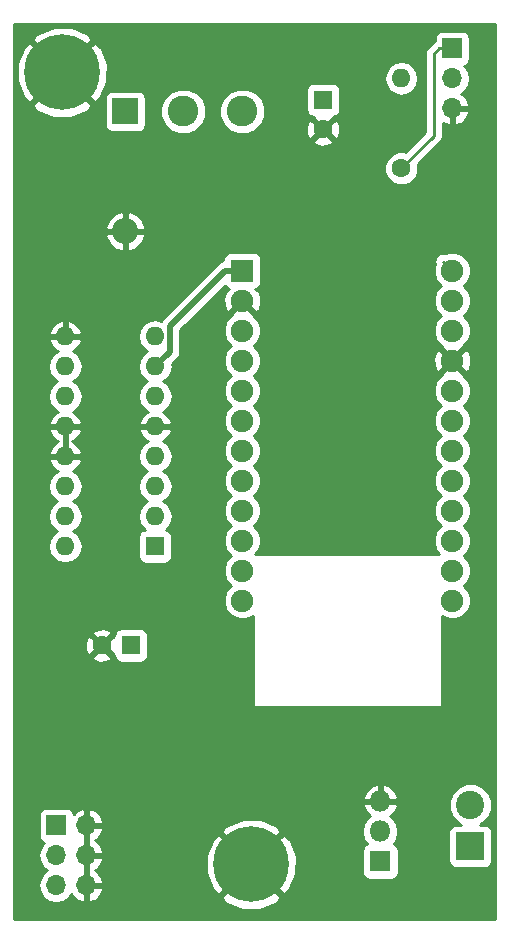
<source format=gbr>
G04 #@! TF.FileFunction,Copper,L2,Bot,Signal*
%FSLAX46Y46*%
G04 Gerber Fmt 4.6, Leading zero omitted, Abs format (unit mm)*
G04 Created by KiCad (PCBNEW 4.0.7) date 11/12/17 23:12:21*
%MOMM*%
%LPD*%
G01*
G04 APERTURE LIST*
%ADD10C,0.100000*%
%ADD11R,1.900000X1.900000*%
%ADD12C,1.900000*%
%ADD13R,1.600000X1.600000*%
%ADD14C,1.600000*%
%ADD15R,2.200000X2.200000*%
%ADD16O,2.200000X2.200000*%
%ADD17R,1.700000X1.700000*%
%ADD18O,1.700000X1.700000*%
%ADD19C,2.400000*%
%ADD20R,2.400000X2.400000*%
%ADD21C,2.600000*%
%ADD22O,1.600000X1.600000*%
%ADD23C,6.400000*%
%ADD24R,1.800000X1.800000*%
%ADD25O,1.800000X1.800000*%
%ADD26C,0.500000*%
%ADD27C,0.250000*%
%ADD28C,0.254000*%
G04 APERTURE END LIST*
D10*
D11*
X162308540Y-69861720D03*
D12*
X162308540Y-72401720D03*
X162308540Y-74941720D03*
X162308540Y-77481720D03*
X162308540Y-80021720D03*
X162308540Y-82561720D03*
X162308540Y-85101720D03*
X162308540Y-87641720D03*
X162308540Y-90181720D03*
X162308540Y-92721720D03*
X162308540Y-95261720D03*
X162308540Y-97801720D03*
X180088540Y-69861720D03*
X180088540Y-72401720D03*
X180088540Y-74941720D03*
X180088540Y-77481720D03*
X180088540Y-80021720D03*
X180088540Y-82561720D03*
X180088540Y-85101720D03*
X180088540Y-87641720D03*
X180088540Y-90181720D03*
X180088540Y-92721720D03*
X180088540Y-95261720D03*
X180088540Y-97801720D03*
D13*
X169164000Y-55412000D03*
D14*
X169164000Y-57912000D03*
D13*
X152908000Y-101600000D03*
D14*
X150408000Y-101600000D03*
D15*
X152400000Y-56388000D03*
D16*
X152400000Y-66548000D03*
D17*
X180086000Y-51054000D03*
D18*
X180086000Y-53594000D03*
X180086000Y-56134000D03*
D17*
X146558000Y-116840000D03*
D18*
X149098000Y-116840000D03*
X146558000Y-119380000D03*
X149098000Y-119380000D03*
X146558000Y-121920000D03*
X149098000Y-121920000D03*
D19*
X181610000Y-115118000D03*
D20*
X181610000Y-118618000D03*
D21*
X162306000Y-56388000D03*
X157306000Y-56388000D03*
D14*
X175768000Y-61214000D03*
D22*
X175768000Y-53594000D03*
D13*
X154940000Y-93218000D03*
D22*
X147320000Y-75438000D03*
X154940000Y-90678000D03*
X147320000Y-77978000D03*
X154940000Y-88138000D03*
X147320000Y-80518000D03*
X154940000Y-85598000D03*
X147320000Y-83058000D03*
X154940000Y-83058000D03*
X147320000Y-85598000D03*
X154940000Y-80518000D03*
X147320000Y-88138000D03*
X154940000Y-77978000D03*
X147320000Y-90678000D03*
X154940000Y-75438000D03*
X147320000Y-93218000D03*
D23*
X147066000Y-53086000D03*
X163068000Y-120142000D03*
D24*
X173990000Y-119888000D03*
D25*
X173990000Y-117348000D03*
X173990000Y-114808000D03*
D26*
X154940000Y-77978000D02*
X156190001Y-76727999D01*
X156190001Y-76727999D02*
X156190001Y-74530259D01*
X156190001Y-74530259D02*
X160858540Y-69861720D01*
X160858540Y-69861720D02*
X162308540Y-69861720D01*
D27*
X178524001Y-51515999D02*
X178524001Y-58457999D01*
X178524001Y-58457999D02*
X175768000Y-61214000D01*
X179324000Y-69097180D02*
X180088540Y-69861720D01*
X180086000Y-51054000D02*
X178986000Y-51054000D01*
X178986000Y-51054000D02*
X178524001Y-51515999D01*
D28*
G36*
X183694000Y-124766000D02*
X142950000Y-124766000D01*
X142950000Y-119380000D01*
X145043907Y-119380000D01*
X145156946Y-119948285D01*
X145478853Y-120430054D01*
X145808026Y-120650000D01*
X145478853Y-120869946D01*
X145156946Y-121351715D01*
X145043907Y-121920000D01*
X145156946Y-122488285D01*
X145478853Y-122970054D01*
X145960622Y-123291961D01*
X146528907Y-123405000D01*
X146587093Y-123405000D01*
X147155378Y-123291961D01*
X147637147Y-122970054D01*
X147826345Y-122686899D01*
X147826355Y-122686924D01*
X148216642Y-123115183D01*
X148741108Y-123361486D01*
X148971000Y-123240819D01*
X148971000Y-122047000D01*
X149225000Y-122047000D01*
X149225000Y-123240819D01*
X149454892Y-123361486D01*
X149979358Y-123115183D01*
X150191036Y-122882910D01*
X160506695Y-122882910D01*
X160873640Y-123378343D01*
X162279171Y-123971736D01*
X163804793Y-123982087D01*
X165218246Y-123407819D01*
X165262360Y-123378343D01*
X165629305Y-122882910D01*
X163068000Y-120321605D01*
X160506695Y-122882910D01*
X150191036Y-122882910D01*
X150369645Y-122686924D01*
X150539476Y-122276890D01*
X150418155Y-122047000D01*
X149225000Y-122047000D01*
X148971000Y-122047000D01*
X148951000Y-122047000D01*
X148951000Y-121793000D01*
X148971000Y-121793000D01*
X148971000Y-119507000D01*
X149225000Y-119507000D01*
X149225000Y-121793000D01*
X150418155Y-121793000D01*
X150539476Y-121563110D01*
X150369645Y-121153076D01*
X150119682Y-120878793D01*
X159227913Y-120878793D01*
X159802181Y-122292246D01*
X159831657Y-122336360D01*
X160327090Y-122703305D01*
X162888395Y-120142000D01*
X163247605Y-120142000D01*
X165808910Y-122703305D01*
X166304343Y-122336360D01*
X166897736Y-120930829D01*
X166908087Y-119405207D01*
X166738582Y-118988000D01*
X172442560Y-118988000D01*
X172442560Y-120788000D01*
X172486838Y-121023317D01*
X172625910Y-121239441D01*
X172838110Y-121384431D01*
X173090000Y-121435440D01*
X174890000Y-121435440D01*
X175125317Y-121391162D01*
X175341441Y-121252090D01*
X175486431Y-121039890D01*
X175537440Y-120788000D01*
X175537440Y-118988000D01*
X175493162Y-118752683D01*
X175354090Y-118536559D01*
X175141890Y-118391569D01*
X175125656Y-118388281D01*
X175408155Y-117965491D01*
X175517057Y-117418000D01*
X179762560Y-117418000D01*
X179762560Y-119818000D01*
X179806838Y-120053317D01*
X179945910Y-120269441D01*
X180158110Y-120414431D01*
X180410000Y-120465440D01*
X182810000Y-120465440D01*
X183045317Y-120421162D01*
X183261441Y-120282090D01*
X183406431Y-120069890D01*
X183457440Y-119818000D01*
X183457440Y-117418000D01*
X183413162Y-117182683D01*
X183274090Y-116966559D01*
X183061890Y-116821569D01*
X182810000Y-116770560D01*
X182415712Y-116770560D01*
X182648086Y-116674545D01*
X183164730Y-116158801D01*
X183444681Y-115484605D01*
X183445318Y-114754597D01*
X183166545Y-114079914D01*
X182650801Y-113563270D01*
X181976605Y-113283319D01*
X181246597Y-113282682D01*
X180571914Y-113561455D01*
X180055270Y-114077199D01*
X179775319Y-114751395D01*
X179774682Y-115481403D01*
X180053455Y-116156086D01*
X180569199Y-116672730D01*
X180804799Y-116770560D01*
X180410000Y-116770560D01*
X180174683Y-116814838D01*
X179958559Y-116953910D01*
X179813569Y-117166110D01*
X179762560Y-117418000D01*
X175517057Y-117418000D01*
X175525000Y-117378072D01*
X175525000Y-117317928D01*
X175408155Y-116730509D01*
X175075409Y-116232519D01*
X174837418Y-116073499D01*
X175227966Y-115715576D01*
X175481046Y-115172742D01*
X175360997Y-114935000D01*
X174117000Y-114935000D01*
X174117000Y-114955000D01*
X173863000Y-114955000D01*
X173863000Y-114935000D01*
X172619003Y-114935000D01*
X172498954Y-115172742D01*
X172752034Y-115715576D01*
X173142582Y-116073499D01*
X172904591Y-116232519D01*
X172571845Y-116730509D01*
X172455000Y-117317928D01*
X172455000Y-117378072D01*
X172571845Y-117965491D01*
X172852837Y-118386026D01*
X172638559Y-118523910D01*
X172493569Y-118736110D01*
X172442560Y-118988000D01*
X166738582Y-118988000D01*
X166333819Y-117991754D01*
X166304343Y-117947640D01*
X165808910Y-117580695D01*
X163247605Y-120142000D01*
X162888395Y-120142000D01*
X160327090Y-117580695D01*
X159831657Y-117947640D01*
X159238264Y-119353171D01*
X159227913Y-120878793D01*
X150119682Y-120878793D01*
X149979358Y-120724817D01*
X149820046Y-120650000D01*
X149979358Y-120575183D01*
X150369645Y-120146924D01*
X150539476Y-119736890D01*
X150418155Y-119507000D01*
X149225000Y-119507000D01*
X148971000Y-119507000D01*
X148951000Y-119507000D01*
X148951000Y-119253000D01*
X148971000Y-119253000D01*
X148971000Y-116967000D01*
X149225000Y-116967000D01*
X149225000Y-119253000D01*
X150418155Y-119253000D01*
X150539476Y-119023110D01*
X150369645Y-118613076D01*
X149979358Y-118184817D01*
X149820046Y-118110000D01*
X149979358Y-118035183D01*
X150369645Y-117606924D01*
X150454898Y-117401090D01*
X160506695Y-117401090D01*
X163068000Y-119962395D01*
X165629305Y-117401090D01*
X165262360Y-116905657D01*
X163856829Y-116312264D01*
X162331207Y-116301913D01*
X160917754Y-116876181D01*
X160873640Y-116905657D01*
X160506695Y-117401090D01*
X150454898Y-117401090D01*
X150539476Y-117196890D01*
X150418155Y-116967000D01*
X149225000Y-116967000D01*
X148971000Y-116967000D01*
X148951000Y-116967000D01*
X148951000Y-116713000D01*
X148971000Y-116713000D01*
X148971000Y-115519181D01*
X149225000Y-115519181D01*
X149225000Y-116713000D01*
X150418155Y-116713000D01*
X150539476Y-116483110D01*
X150369645Y-116073076D01*
X149979358Y-115644817D01*
X149454892Y-115398514D01*
X149225000Y-115519181D01*
X148971000Y-115519181D01*
X148741108Y-115398514D01*
X148216642Y-115644817D01*
X148029192Y-115850504D01*
X148011162Y-115754683D01*
X147872090Y-115538559D01*
X147659890Y-115393569D01*
X147408000Y-115342560D01*
X145708000Y-115342560D01*
X145472683Y-115386838D01*
X145256559Y-115525910D01*
X145111569Y-115738110D01*
X145060560Y-115990000D01*
X145060560Y-117690000D01*
X145104838Y-117925317D01*
X145243910Y-118141441D01*
X145456110Y-118286431D01*
X145523541Y-118300086D01*
X145478853Y-118329946D01*
X145156946Y-118811715D01*
X145043907Y-119380000D01*
X142950000Y-119380000D01*
X142950000Y-114443258D01*
X172498954Y-114443258D01*
X172619003Y-114681000D01*
X173863000Y-114681000D01*
X173863000Y-113437622D01*
X174117000Y-113437622D01*
X174117000Y-114681000D01*
X175360997Y-114681000D01*
X175481046Y-114443258D01*
X175227966Y-113900424D01*
X174786417Y-113495760D01*
X174354740Y-113316964D01*
X174117000Y-113437622D01*
X173863000Y-113437622D01*
X173625260Y-113316964D01*
X173193583Y-113495760D01*
X172752034Y-113900424D01*
X172498954Y-114443258D01*
X142950000Y-114443258D01*
X142950000Y-102607745D01*
X149579861Y-102607745D01*
X149653995Y-102853864D01*
X150191223Y-103046965D01*
X150761454Y-103019778D01*
X151162005Y-102853864D01*
X151236139Y-102607745D01*
X150408000Y-101779605D01*
X149579861Y-102607745D01*
X142950000Y-102607745D01*
X142950000Y-101383223D01*
X148961035Y-101383223D01*
X148988222Y-101953454D01*
X149154136Y-102354005D01*
X149400255Y-102428139D01*
X150228395Y-101600000D01*
X150587605Y-101600000D01*
X151415745Y-102428139D01*
X151463167Y-102413855D01*
X151504838Y-102635317D01*
X151643910Y-102851441D01*
X151856110Y-102996431D01*
X152108000Y-103047440D01*
X153708000Y-103047440D01*
X153943317Y-103003162D01*
X154159441Y-102864090D01*
X154304431Y-102651890D01*
X154355440Y-102400000D01*
X154355440Y-100800000D01*
X154311162Y-100564683D01*
X154172090Y-100348559D01*
X153959890Y-100203569D01*
X153708000Y-100152560D01*
X152108000Y-100152560D01*
X151872683Y-100196838D01*
X151656559Y-100335910D01*
X151511569Y-100548110D01*
X151463354Y-100786201D01*
X151415745Y-100771861D01*
X150587605Y-101600000D01*
X150228395Y-101600000D01*
X149400255Y-100771861D01*
X149154136Y-100845995D01*
X148961035Y-101383223D01*
X142950000Y-101383223D01*
X142950000Y-100592255D01*
X149579861Y-100592255D01*
X150408000Y-101420395D01*
X151236139Y-100592255D01*
X151162005Y-100346136D01*
X150624777Y-100153035D01*
X150054546Y-100180222D01*
X149653995Y-100346136D01*
X149579861Y-100592255D01*
X142950000Y-100592255D01*
X142950000Y-88138000D01*
X145856887Y-88138000D01*
X145966120Y-88687151D01*
X146277189Y-89152698D01*
X146659275Y-89408000D01*
X146277189Y-89663302D01*
X145966120Y-90128849D01*
X145856887Y-90678000D01*
X145966120Y-91227151D01*
X146277189Y-91692698D01*
X146659275Y-91948000D01*
X146277189Y-92203302D01*
X145966120Y-92668849D01*
X145856887Y-93218000D01*
X145966120Y-93767151D01*
X146277189Y-94232698D01*
X146742736Y-94543767D01*
X147291887Y-94653000D01*
X147348113Y-94653000D01*
X147897264Y-94543767D01*
X148362811Y-94232698D01*
X148673880Y-93767151D01*
X148783113Y-93218000D01*
X148673880Y-92668849D01*
X148362811Y-92203302D01*
X147980725Y-91948000D01*
X148362811Y-91692698D01*
X148673880Y-91227151D01*
X148783113Y-90678000D01*
X148673880Y-90128849D01*
X148362811Y-89663302D01*
X147980725Y-89408000D01*
X148362811Y-89152698D01*
X148673880Y-88687151D01*
X148783113Y-88138000D01*
X148673880Y-87588849D01*
X148362811Y-87123302D01*
X147958297Y-86853014D01*
X148175134Y-86750389D01*
X148551041Y-86335423D01*
X148711904Y-85947039D01*
X148589915Y-85725000D01*
X147447000Y-85725000D01*
X147447000Y-85745000D01*
X147193000Y-85745000D01*
X147193000Y-85725000D01*
X146050085Y-85725000D01*
X145928096Y-85947039D01*
X146088959Y-86335423D01*
X146464866Y-86750389D01*
X146681703Y-86853014D01*
X146277189Y-87123302D01*
X145966120Y-87588849D01*
X145856887Y-88138000D01*
X142950000Y-88138000D01*
X142950000Y-85598000D01*
X153476887Y-85598000D01*
X153586120Y-86147151D01*
X153897189Y-86612698D01*
X154279275Y-86868000D01*
X153897189Y-87123302D01*
X153586120Y-87588849D01*
X153476887Y-88138000D01*
X153586120Y-88687151D01*
X153897189Y-89152698D01*
X154279275Y-89408000D01*
X153897189Y-89663302D01*
X153586120Y-90128849D01*
X153476887Y-90678000D01*
X153586120Y-91227151D01*
X153897189Y-91692698D01*
X154041465Y-91789101D01*
X153904683Y-91814838D01*
X153688559Y-91953910D01*
X153543569Y-92166110D01*
X153492560Y-92418000D01*
X153492560Y-94018000D01*
X153536838Y-94253317D01*
X153675910Y-94469441D01*
X153888110Y-94614431D01*
X154140000Y-94665440D01*
X155740000Y-94665440D01*
X155975317Y-94621162D01*
X156191441Y-94482090D01*
X156336431Y-94269890D01*
X156387440Y-94018000D01*
X156387440Y-92418000D01*
X156343162Y-92182683D01*
X156204090Y-91966559D01*
X155991890Y-91821569D01*
X155836911Y-91790185D01*
X155982811Y-91692698D01*
X156293880Y-91227151D01*
X156403113Y-90678000D01*
X156293880Y-90128849D01*
X155982811Y-89663302D01*
X155600725Y-89408000D01*
X155982811Y-89152698D01*
X156293880Y-88687151D01*
X156403113Y-88138000D01*
X156293880Y-87588849D01*
X155982811Y-87123302D01*
X155600725Y-86868000D01*
X155982811Y-86612698D01*
X156293880Y-86147151D01*
X156403113Y-85598000D01*
X156293880Y-85048849D01*
X155982811Y-84583302D01*
X155578297Y-84313014D01*
X155795134Y-84210389D01*
X156171041Y-83795423D01*
X156331904Y-83407039D01*
X156209915Y-83185000D01*
X155067000Y-83185000D01*
X155067000Y-83205000D01*
X154813000Y-83205000D01*
X154813000Y-83185000D01*
X153670085Y-83185000D01*
X153548096Y-83407039D01*
X153708959Y-83795423D01*
X154084866Y-84210389D01*
X154301703Y-84313014D01*
X153897189Y-84583302D01*
X153586120Y-85048849D01*
X153476887Y-85598000D01*
X142950000Y-85598000D01*
X142950000Y-83407039D01*
X145928096Y-83407039D01*
X146088959Y-83795423D01*
X146464866Y-84210389D01*
X146713367Y-84328000D01*
X146464866Y-84445611D01*
X146088959Y-84860577D01*
X145928096Y-85248961D01*
X146050085Y-85471000D01*
X147193000Y-85471000D01*
X147193000Y-83185000D01*
X147447000Y-83185000D01*
X147447000Y-85471000D01*
X148589915Y-85471000D01*
X148711904Y-85248961D01*
X148551041Y-84860577D01*
X148175134Y-84445611D01*
X147926633Y-84328000D01*
X148175134Y-84210389D01*
X148551041Y-83795423D01*
X148711904Y-83407039D01*
X148589915Y-83185000D01*
X147447000Y-83185000D01*
X147193000Y-83185000D01*
X146050085Y-83185000D01*
X145928096Y-83407039D01*
X142950000Y-83407039D01*
X142950000Y-77978000D01*
X145856887Y-77978000D01*
X145966120Y-78527151D01*
X146277189Y-78992698D01*
X146659275Y-79248000D01*
X146277189Y-79503302D01*
X145966120Y-79968849D01*
X145856887Y-80518000D01*
X145966120Y-81067151D01*
X146277189Y-81532698D01*
X146681703Y-81802986D01*
X146464866Y-81905611D01*
X146088959Y-82320577D01*
X145928096Y-82708961D01*
X146050085Y-82931000D01*
X147193000Y-82931000D01*
X147193000Y-82911000D01*
X147447000Y-82911000D01*
X147447000Y-82931000D01*
X148589915Y-82931000D01*
X148711904Y-82708961D01*
X148551041Y-82320577D01*
X148175134Y-81905611D01*
X147958297Y-81802986D01*
X148362811Y-81532698D01*
X148673880Y-81067151D01*
X148783113Y-80518000D01*
X148673880Y-79968849D01*
X148362811Y-79503302D01*
X147980725Y-79248000D01*
X148362811Y-78992698D01*
X148673880Y-78527151D01*
X148783113Y-77978000D01*
X148673880Y-77428849D01*
X148362811Y-76963302D01*
X147958297Y-76693014D01*
X148175134Y-76590389D01*
X148551041Y-76175423D01*
X148711904Y-75787039D01*
X148589915Y-75565000D01*
X147447000Y-75565000D01*
X147447000Y-75585000D01*
X147193000Y-75585000D01*
X147193000Y-75565000D01*
X146050085Y-75565000D01*
X145928096Y-75787039D01*
X146088959Y-76175423D01*
X146464866Y-76590389D01*
X146681703Y-76693014D01*
X146277189Y-76963302D01*
X145966120Y-77428849D01*
X145856887Y-77978000D01*
X142950000Y-77978000D01*
X142950000Y-75438000D01*
X153476887Y-75438000D01*
X153586120Y-75987151D01*
X153897189Y-76452698D01*
X154279275Y-76708000D01*
X153897189Y-76963302D01*
X153586120Y-77428849D01*
X153476887Y-77978000D01*
X153586120Y-78527151D01*
X153897189Y-78992698D01*
X154279275Y-79248000D01*
X153897189Y-79503302D01*
X153586120Y-79968849D01*
X153476887Y-80518000D01*
X153586120Y-81067151D01*
X153897189Y-81532698D01*
X154301703Y-81802986D01*
X154084866Y-81905611D01*
X153708959Y-82320577D01*
X153548096Y-82708961D01*
X153670085Y-82931000D01*
X154813000Y-82931000D01*
X154813000Y-82911000D01*
X155067000Y-82911000D01*
X155067000Y-82931000D01*
X156209915Y-82931000D01*
X156331904Y-82708961D01*
X156171041Y-82320577D01*
X155795134Y-81905611D01*
X155578297Y-81802986D01*
X155982811Y-81532698D01*
X156293880Y-81067151D01*
X156403113Y-80518000D01*
X156293880Y-79968849D01*
X155982811Y-79503302D01*
X155600725Y-79248000D01*
X155982811Y-78992698D01*
X156293880Y-78527151D01*
X156403113Y-77978000D01*
X156368017Y-77801562D01*
X156815788Y-77353791D01*
X156815791Y-77353789D01*
X157007634Y-77066674D01*
X157075001Y-76727999D01*
X157075001Y-75255613D01*
X160723265Y-75255613D01*
X160964059Y-75838377D01*
X161337011Y-76211981D01*
X160965626Y-76582717D01*
X160723816Y-77165061D01*
X160723265Y-77795613D01*
X160964059Y-78378377D01*
X161337011Y-78751981D01*
X160965626Y-79122717D01*
X160723816Y-79705061D01*
X160723265Y-80335613D01*
X160964059Y-80918377D01*
X161337011Y-81291981D01*
X160965626Y-81662717D01*
X160723816Y-82245061D01*
X160723265Y-82875613D01*
X160964059Y-83458377D01*
X161337011Y-83831981D01*
X160965626Y-84202717D01*
X160723816Y-84785061D01*
X160723265Y-85415613D01*
X160964059Y-85998377D01*
X161337011Y-86371981D01*
X160965626Y-86742717D01*
X160723816Y-87325061D01*
X160723265Y-87955613D01*
X160964059Y-88538377D01*
X161337011Y-88911981D01*
X160965626Y-89282717D01*
X160723816Y-89865061D01*
X160723265Y-90495613D01*
X160964059Y-91078377D01*
X161337011Y-91451981D01*
X160965626Y-91822717D01*
X160723816Y-92405061D01*
X160723265Y-93035613D01*
X160964059Y-93618377D01*
X161337011Y-93991981D01*
X160965626Y-94362717D01*
X160723816Y-94945061D01*
X160723265Y-95575613D01*
X160964059Y-96158377D01*
X161337011Y-96531981D01*
X160965626Y-96902717D01*
X160723816Y-97485061D01*
X160723265Y-98115613D01*
X160964059Y-98698377D01*
X161409537Y-99144634D01*
X161991881Y-99386444D01*
X162622433Y-99386995D01*
X163195000Y-99150414D01*
X163195000Y-106680000D01*
X163203685Y-106726159D01*
X163230965Y-106768553D01*
X163272590Y-106796994D01*
X163322000Y-106807000D01*
X179070000Y-106807000D01*
X179116159Y-106798315D01*
X179158553Y-106771035D01*
X179186994Y-106729410D01*
X179197000Y-106680000D01*
X179197000Y-99147733D01*
X179771881Y-99386444D01*
X180402433Y-99386995D01*
X180985197Y-99146201D01*
X181431454Y-98700723D01*
X181673264Y-98118379D01*
X181673815Y-97487827D01*
X181433021Y-96905063D01*
X181060069Y-96531459D01*
X181431454Y-96160723D01*
X181673264Y-95578379D01*
X181673815Y-94947827D01*
X181433021Y-94365063D01*
X181060069Y-93991459D01*
X181431454Y-93620723D01*
X181673264Y-93038379D01*
X181673815Y-92407827D01*
X181433021Y-91825063D01*
X181060069Y-91451459D01*
X181431454Y-91080723D01*
X181673264Y-90498379D01*
X181673815Y-89867827D01*
X181433021Y-89285063D01*
X181060069Y-88911459D01*
X181431454Y-88540723D01*
X181673264Y-87958379D01*
X181673815Y-87327827D01*
X181433021Y-86745063D01*
X181060069Y-86371459D01*
X181431454Y-86000723D01*
X181673264Y-85418379D01*
X181673815Y-84787827D01*
X181433021Y-84205063D01*
X181060069Y-83831459D01*
X181431454Y-83460723D01*
X181673264Y-82878379D01*
X181673815Y-82247827D01*
X181433021Y-81665063D01*
X181060069Y-81291459D01*
X181431454Y-80920723D01*
X181673264Y-80338379D01*
X181673815Y-79707827D01*
X181433021Y-79125063D01*
X180994329Y-78685604D01*
X181025285Y-78598070D01*
X180088540Y-77661325D01*
X179151795Y-78598070D01*
X179182947Y-78686159D01*
X178745626Y-79122717D01*
X178503816Y-79705061D01*
X178503265Y-80335613D01*
X178744059Y-80918377D01*
X179117011Y-81291981D01*
X178745626Y-81662717D01*
X178503816Y-82245061D01*
X178503265Y-82875613D01*
X178744059Y-83458377D01*
X179117011Y-83831981D01*
X178745626Y-84202717D01*
X178503816Y-84785061D01*
X178503265Y-85415613D01*
X178744059Y-85998377D01*
X179117011Y-86371981D01*
X178745626Y-86742717D01*
X178503816Y-87325061D01*
X178503265Y-87955613D01*
X178744059Y-88538377D01*
X179117011Y-88911981D01*
X178745626Y-89282717D01*
X178503816Y-89865061D01*
X178503265Y-90495613D01*
X178744059Y-91078377D01*
X179117011Y-91451981D01*
X178745626Y-91822717D01*
X178503816Y-92405061D01*
X178503265Y-93035613D01*
X178744059Y-93618377D01*
X178978272Y-93853000D01*
X163418771Y-93853000D01*
X163651454Y-93620723D01*
X163893264Y-93038379D01*
X163893815Y-92407827D01*
X163653021Y-91825063D01*
X163280069Y-91451459D01*
X163651454Y-91080723D01*
X163893264Y-90498379D01*
X163893815Y-89867827D01*
X163653021Y-89285063D01*
X163280069Y-88911459D01*
X163651454Y-88540723D01*
X163893264Y-87958379D01*
X163893815Y-87327827D01*
X163653021Y-86745063D01*
X163280069Y-86371459D01*
X163651454Y-86000723D01*
X163893264Y-85418379D01*
X163893815Y-84787827D01*
X163653021Y-84205063D01*
X163280069Y-83831459D01*
X163651454Y-83460723D01*
X163893264Y-82878379D01*
X163893815Y-82247827D01*
X163653021Y-81665063D01*
X163280069Y-81291459D01*
X163651454Y-80920723D01*
X163893264Y-80338379D01*
X163893815Y-79707827D01*
X163653021Y-79125063D01*
X163280069Y-78751459D01*
X163651454Y-78380723D01*
X163893264Y-77798379D01*
X163893761Y-77229118D01*
X178492352Y-77229118D01*
X178517188Y-77859181D01*
X178710521Y-78325928D01*
X178972190Y-78418465D01*
X179908935Y-77481720D01*
X180268145Y-77481720D01*
X181204890Y-78418465D01*
X181466559Y-78325928D01*
X181684728Y-77734322D01*
X181659892Y-77104259D01*
X181466559Y-76637512D01*
X181204890Y-76544975D01*
X180268145Y-77481720D01*
X179908935Y-77481720D01*
X178972190Y-76544975D01*
X178710521Y-76637512D01*
X178492352Y-77229118D01*
X163893761Y-77229118D01*
X163893815Y-77167827D01*
X163653021Y-76585063D01*
X163280069Y-76211459D01*
X163651454Y-75840723D01*
X163893264Y-75258379D01*
X163893815Y-74627827D01*
X163653021Y-74045063D01*
X163214329Y-73605604D01*
X163245285Y-73518070D01*
X162308540Y-72581325D01*
X161371795Y-73518070D01*
X161402947Y-73606159D01*
X160965626Y-74042717D01*
X160723816Y-74625061D01*
X160723265Y-75255613D01*
X157075001Y-75255613D01*
X157075001Y-74896839D01*
X160821714Y-71150126D01*
X160894450Y-71263161D01*
X161106650Y-71408151D01*
X161142654Y-71415442D01*
X161192188Y-71464976D01*
X160930521Y-71557512D01*
X160712352Y-72149118D01*
X160737188Y-72779181D01*
X160930521Y-73245928D01*
X161192190Y-73338465D01*
X162128935Y-72401720D01*
X162114793Y-72387578D01*
X162294398Y-72207973D01*
X162308540Y-72222115D01*
X162322683Y-72207973D01*
X162502288Y-72387578D01*
X162488145Y-72401720D01*
X163424890Y-73338465D01*
X163686559Y-73245928D01*
X163904728Y-72654322D01*
X163879892Y-72024259D01*
X163686559Y-71557512D01*
X163424892Y-71464976D01*
X163470612Y-71419256D01*
X163493857Y-71414882D01*
X163709981Y-71275810D01*
X163854971Y-71063610D01*
X163905980Y-70811720D01*
X163905980Y-70175613D01*
X178503265Y-70175613D01*
X178744059Y-70758377D01*
X179117011Y-71131981D01*
X178745626Y-71502717D01*
X178503816Y-72085061D01*
X178503265Y-72715613D01*
X178744059Y-73298377D01*
X179117011Y-73671981D01*
X178745626Y-74042717D01*
X178503816Y-74625061D01*
X178503265Y-75255613D01*
X178744059Y-75838377D01*
X179182751Y-76277836D01*
X179151795Y-76365370D01*
X180088540Y-77302115D01*
X181025285Y-76365370D01*
X180994133Y-76277281D01*
X181431454Y-75840723D01*
X181673264Y-75258379D01*
X181673815Y-74627827D01*
X181433021Y-74045063D01*
X181060069Y-73671459D01*
X181431454Y-73300723D01*
X181673264Y-72718379D01*
X181673815Y-72087827D01*
X181433021Y-71505063D01*
X181060069Y-71131459D01*
X181431454Y-70760723D01*
X181673264Y-70178379D01*
X181673815Y-69547827D01*
X181433021Y-68965063D01*
X180987543Y-68518806D01*
X180405199Y-68276996D01*
X179774647Y-68276445D01*
X179528979Y-68377953D01*
X179324000Y-68337180D01*
X179033161Y-68395032D01*
X178786599Y-68559779D01*
X178621852Y-68806341D01*
X178564000Y-69097180D01*
X178604742Y-69302003D01*
X178503816Y-69545061D01*
X178503265Y-70175613D01*
X163905980Y-70175613D01*
X163905980Y-68911720D01*
X163861702Y-68676403D01*
X163722630Y-68460279D01*
X163510430Y-68315289D01*
X163258540Y-68264280D01*
X161358540Y-68264280D01*
X161123223Y-68308558D01*
X160907099Y-68447630D01*
X160762109Y-68659830D01*
X160711100Y-68911720D01*
X160711100Y-69006047D01*
X160519865Y-69044087D01*
X160232750Y-69235930D01*
X160232748Y-69235933D01*
X155564211Y-73904469D01*
X155436167Y-74096102D01*
X154968113Y-74003000D01*
X154911887Y-74003000D01*
X154362736Y-74112233D01*
X153897189Y-74423302D01*
X153586120Y-74888849D01*
X153476887Y-75438000D01*
X142950000Y-75438000D01*
X142950000Y-75088961D01*
X145928096Y-75088961D01*
X146050085Y-75311000D01*
X147193000Y-75311000D01*
X147193000Y-74167371D01*
X147447000Y-74167371D01*
X147447000Y-75311000D01*
X148589915Y-75311000D01*
X148711904Y-75088961D01*
X148551041Y-74700577D01*
X148175134Y-74285611D01*
X147669041Y-74046086D01*
X147447000Y-74167371D01*
X147193000Y-74167371D01*
X146970959Y-74046086D01*
X146464866Y-74285611D01*
X146088959Y-74700577D01*
X145928096Y-75088961D01*
X142950000Y-75088961D01*
X142950000Y-66944123D01*
X150710817Y-66944123D01*
X150990988Y-67560392D01*
X151485668Y-68022534D01*
X152003878Y-68237175D01*
X152273000Y-68119125D01*
X152273000Y-66675000D01*
X152527000Y-66675000D01*
X152527000Y-68119125D01*
X152796122Y-68237175D01*
X153314332Y-68022534D01*
X153809012Y-67560392D01*
X154089183Y-66944123D01*
X153971604Y-66675000D01*
X152527000Y-66675000D01*
X152273000Y-66675000D01*
X150828396Y-66675000D01*
X150710817Y-66944123D01*
X142950000Y-66944123D01*
X142950000Y-66151877D01*
X150710817Y-66151877D01*
X150828396Y-66421000D01*
X152273000Y-66421000D01*
X152273000Y-64976875D01*
X152527000Y-64976875D01*
X152527000Y-66421000D01*
X153971604Y-66421000D01*
X154089183Y-66151877D01*
X153809012Y-65535608D01*
X153314332Y-65073466D01*
X152796122Y-64858825D01*
X152527000Y-64976875D01*
X152273000Y-64976875D01*
X152003878Y-64858825D01*
X151485668Y-65073466D01*
X150990988Y-65535608D01*
X150710817Y-66151877D01*
X142950000Y-66151877D01*
X142950000Y-61498187D01*
X174332752Y-61498187D01*
X174550757Y-62025800D01*
X174954077Y-62429824D01*
X175481309Y-62648750D01*
X176052187Y-62649248D01*
X176579800Y-62431243D01*
X176983824Y-62027923D01*
X177202750Y-61500691D01*
X177203248Y-60929813D01*
X177180951Y-60875851D01*
X179061402Y-58995400D01*
X179226149Y-58748838D01*
X179284001Y-58457999D01*
X179284001Y-57366452D01*
X179729108Y-57575486D01*
X179959000Y-57454819D01*
X179959000Y-56261000D01*
X180213000Y-56261000D01*
X180213000Y-57454819D01*
X180442892Y-57575486D01*
X180967358Y-57329183D01*
X181357645Y-56900924D01*
X181527476Y-56490890D01*
X181406155Y-56261000D01*
X180213000Y-56261000D01*
X179959000Y-56261000D01*
X179939000Y-56261000D01*
X179939000Y-56007000D01*
X179959000Y-56007000D01*
X179959000Y-55987000D01*
X180213000Y-55987000D01*
X180213000Y-56007000D01*
X181406155Y-56007000D01*
X181527476Y-55777110D01*
X181357645Y-55367076D01*
X180967358Y-54938817D01*
X180824447Y-54871702D01*
X181165147Y-54644054D01*
X181487054Y-54162285D01*
X181600093Y-53594000D01*
X181487054Y-53025715D01*
X181165147Y-52543946D01*
X181123548Y-52516150D01*
X181171317Y-52507162D01*
X181387441Y-52368090D01*
X181532431Y-52155890D01*
X181583440Y-51904000D01*
X181583440Y-50204000D01*
X181539162Y-49968683D01*
X181400090Y-49752559D01*
X181187890Y-49607569D01*
X180936000Y-49556560D01*
X179236000Y-49556560D01*
X179000683Y-49600838D01*
X178784559Y-49739910D01*
X178639569Y-49952110D01*
X178588560Y-50204000D01*
X178588560Y-50423080D01*
X178448599Y-50516599D01*
X177986600Y-50978598D01*
X177821853Y-51225160D01*
X177764001Y-51515999D01*
X177764001Y-58143197D01*
X176106454Y-59800744D01*
X176054691Y-59779250D01*
X175483813Y-59778752D01*
X174956200Y-59996757D01*
X174552176Y-60400077D01*
X174333250Y-60927309D01*
X174332752Y-61498187D01*
X142950000Y-61498187D01*
X142950000Y-58919745D01*
X168335861Y-58919745D01*
X168409995Y-59165864D01*
X168947223Y-59358965D01*
X169517454Y-59331778D01*
X169918005Y-59165864D01*
X169992139Y-58919745D01*
X169164000Y-58091605D01*
X168335861Y-58919745D01*
X142950000Y-58919745D01*
X142950000Y-55826910D01*
X144504695Y-55826910D01*
X144871640Y-56322343D01*
X146277171Y-56915736D01*
X147802793Y-56926087D01*
X149216246Y-56351819D01*
X149260360Y-56322343D01*
X149627305Y-55826910D01*
X147066000Y-53265605D01*
X144504695Y-55826910D01*
X142950000Y-55826910D01*
X142950000Y-53822793D01*
X143225913Y-53822793D01*
X143800181Y-55236246D01*
X143829657Y-55280360D01*
X144325090Y-55647305D01*
X146886395Y-53086000D01*
X147245605Y-53086000D01*
X149806910Y-55647305D01*
X150292027Y-55288000D01*
X150652560Y-55288000D01*
X150652560Y-57488000D01*
X150696838Y-57723317D01*
X150835910Y-57939441D01*
X151048110Y-58084431D01*
X151300000Y-58135440D01*
X153500000Y-58135440D01*
X153735317Y-58091162D01*
X153951441Y-57952090D01*
X154096431Y-57739890D01*
X154147440Y-57488000D01*
X154147440Y-56771207D01*
X155370665Y-56771207D01*
X155664630Y-57482658D01*
X156208479Y-58027457D01*
X156919416Y-58322663D01*
X157689207Y-58323335D01*
X158400658Y-58029370D01*
X158945457Y-57485521D01*
X159240663Y-56774584D01*
X159240665Y-56771207D01*
X160370665Y-56771207D01*
X160664630Y-57482658D01*
X161208479Y-58027457D01*
X161919416Y-58322663D01*
X162689207Y-58323335D01*
X163400658Y-58029370D01*
X163735388Y-57695223D01*
X167717035Y-57695223D01*
X167744222Y-58265454D01*
X167910136Y-58666005D01*
X168156255Y-58740139D01*
X168984395Y-57912000D01*
X169343605Y-57912000D01*
X170171745Y-58740139D01*
X170417864Y-58666005D01*
X170610965Y-58128777D01*
X170583778Y-57558546D01*
X170417864Y-57157995D01*
X170171745Y-57083861D01*
X169343605Y-57912000D01*
X168984395Y-57912000D01*
X168156255Y-57083861D01*
X167910136Y-57157995D01*
X167717035Y-57695223D01*
X163735388Y-57695223D01*
X163945457Y-57485521D01*
X164240663Y-56774584D01*
X164241335Y-56004793D01*
X163947370Y-55293342D01*
X163403521Y-54748543D01*
X163074689Y-54612000D01*
X167716560Y-54612000D01*
X167716560Y-56212000D01*
X167760838Y-56447317D01*
X167899910Y-56663441D01*
X168112110Y-56808431D01*
X168350201Y-56856646D01*
X168335861Y-56904255D01*
X169164000Y-57732395D01*
X169992139Y-56904255D01*
X169977855Y-56856833D01*
X170199317Y-56815162D01*
X170415441Y-56676090D01*
X170560431Y-56463890D01*
X170611440Y-56212000D01*
X170611440Y-54612000D01*
X170567162Y-54376683D01*
X170428090Y-54160559D01*
X170215890Y-54015569D01*
X169964000Y-53964560D01*
X168364000Y-53964560D01*
X168128683Y-54008838D01*
X167912559Y-54147910D01*
X167767569Y-54360110D01*
X167716560Y-54612000D01*
X163074689Y-54612000D01*
X162692584Y-54453337D01*
X161922793Y-54452665D01*
X161211342Y-54746630D01*
X160666543Y-55290479D01*
X160371337Y-56001416D01*
X160370665Y-56771207D01*
X159240665Y-56771207D01*
X159241335Y-56004793D01*
X158947370Y-55293342D01*
X158403521Y-54748543D01*
X157692584Y-54453337D01*
X156922793Y-54452665D01*
X156211342Y-54746630D01*
X155666543Y-55290479D01*
X155371337Y-56001416D01*
X155370665Y-56771207D01*
X154147440Y-56771207D01*
X154147440Y-55288000D01*
X154103162Y-55052683D01*
X153964090Y-54836559D01*
X153751890Y-54691569D01*
X153500000Y-54640560D01*
X151300000Y-54640560D01*
X151064683Y-54684838D01*
X150848559Y-54823910D01*
X150703569Y-55036110D01*
X150652560Y-55288000D01*
X150292027Y-55288000D01*
X150302343Y-55280360D01*
X150895736Y-53874829D01*
X150897832Y-53565887D01*
X174333000Y-53565887D01*
X174333000Y-53622113D01*
X174442233Y-54171264D01*
X174753302Y-54636811D01*
X175218849Y-54947880D01*
X175768000Y-55057113D01*
X176317151Y-54947880D01*
X176782698Y-54636811D01*
X177093767Y-54171264D01*
X177203000Y-53622113D01*
X177203000Y-53565887D01*
X177093767Y-53016736D01*
X176782698Y-52551189D01*
X176317151Y-52240120D01*
X175768000Y-52130887D01*
X175218849Y-52240120D01*
X174753302Y-52551189D01*
X174442233Y-53016736D01*
X174333000Y-53565887D01*
X150897832Y-53565887D01*
X150906087Y-52349207D01*
X150331819Y-50935754D01*
X150302343Y-50891640D01*
X149806910Y-50524695D01*
X147245605Y-53086000D01*
X146886395Y-53086000D01*
X144325090Y-50524695D01*
X143829657Y-50891640D01*
X143236264Y-52297171D01*
X143225913Y-53822793D01*
X142950000Y-53822793D01*
X142950000Y-50345090D01*
X144504695Y-50345090D01*
X147066000Y-52906395D01*
X149627305Y-50345090D01*
X149260360Y-49849657D01*
X147854829Y-49256264D01*
X146329207Y-49245913D01*
X144915754Y-49820181D01*
X144871640Y-49849657D01*
X144504695Y-50345090D01*
X142950000Y-50345090D01*
X142950000Y-48970000D01*
X183694000Y-48970000D01*
X183694000Y-124766000D01*
X183694000Y-124766000D01*
G37*
X183694000Y-124766000D02*
X142950000Y-124766000D01*
X142950000Y-119380000D01*
X145043907Y-119380000D01*
X145156946Y-119948285D01*
X145478853Y-120430054D01*
X145808026Y-120650000D01*
X145478853Y-120869946D01*
X145156946Y-121351715D01*
X145043907Y-121920000D01*
X145156946Y-122488285D01*
X145478853Y-122970054D01*
X145960622Y-123291961D01*
X146528907Y-123405000D01*
X146587093Y-123405000D01*
X147155378Y-123291961D01*
X147637147Y-122970054D01*
X147826345Y-122686899D01*
X147826355Y-122686924D01*
X148216642Y-123115183D01*
X148741108Y-123361486D01*
X148971000Y-123240819D01*
X148971000Y-122047000D01*
X149225000Y-122047000D01*
X149225000Y-123240819D01*
X149454892Y-123361486D01*
X149979358Y-123115183D01*
X150191036Y-122882910D01*
X160506695Y-122882910D01*
X160873640Y-123378343D01*
X162279171Y-123971736D01*
X163804793Y-123982087D01*
X165218246Y-123407819D01*
X165262360Y-123378343D01*
X165629305Y-122882910D01*
X163068000Y-120321605D01*
X160506695Y-122882910D01*
X150191036Y-122882910D01*
X150369645Y-122686924D01*
X150539476Y-122276890D01*
X150418155Y-122047000D01*
X149225000Y-122047000D01*
X148971000Y-122047000D01*
X148951000Y-122047000D01*
X148951000Y-121793000D01*
X148971000Y-121793000D01*
X148971000Y-119507000D01*
X149225000Y-119507000D01*
X149225000Y-121793000D01*
X150418155Y-121793000D01*
X150539476Y-121563110D01*
X150369645Y-121153076D01*
X150119682Y-120878793D01*
X159227913Y-120878793D01*
X159802181Y-122292246D01*
X159831657Y-122336360D01*
X160327090Y-122703305D01*
X162888395Y-120142000D01*
X163247605Y-120142000D01*
X165808910Y-122703305D01*
X166304343Y-122336360D01*
X166897736Y-120930829D01*
X166908087Y-119405207D01*
X166738582Y-118988000D01*
X172442560Y-118988000D01*
X172442560Y-120788000D01*
X172486838Y-121023317D01*
X172625910Y-121239441D01*
X172838110Y-121384431D01*
X173090000Y-121435440D01*
X174890000Y-121435440D01*
X175125317Y-121391162D01*
X175341441Y-121252090D01*
X175486431Y-121039890D01*
X175537440Y-120788000D01*
X175537440Y-118988000D01*
X175493162Y-118752683D01*
X175354090Y-118536559D01*
X175141890Y-118391569D01*
X175125656Y-118388281D01*
X175408155Y-117965491D01*
X175517057Y-117418000D01*
X179762560Y-117418000D01*
X179762560Y-119818000D01*
X179806838Y-120053317D01*
X179945910Y-120269441D01*
X180158110Y-120414431D01*
X180410000Y-120465440D01*
X182810000Y-120465440D01*
X183045317Y-120421162D01*
X183261441Y-120282090D01*
X183406431Y-120069890D01*
X183457440Y-119818000D01*
X183457440Y-117418000D01*
X183413162Y-117182683D01*
X183274090Y-116966559D01*
X183061890Y-116821569D01*
X182810000Y-116770560D01*
X182415712Y-116770560D01*
X182648086Y-116674545D01*
X183164730Y-116158801D01*
X183444681Y-115484605D01*
X183445318Y-114754597D01*
X183166545Y-114079914D01*
X182650801Y-113563270D01*
X181976605Y-113283319D01*
X181246597Y-113282682D01*
X180571914Y-113561455D01*
X180055270Y-114077199D01*
X179775319Y-114751395D01*
X179774682Y-115481403D01*
X180053455Y-116156086D01*
X180569199Y-116672730D01*
X180804799Y-116770560D01*
X180410000Y-116770560D01*
X180174683Y-116814838D01*
X179958559Y-116953910D01*
X179813569Y-117166110D01*
X179762560Y-117418000D01*
X175517057Y-117418000D01*
X175525000Y-117378072D01*
X175525000Y-117317928D01*
X175408155Y-116730509D01*
X175075409Y-116232519D01*
X174837418Y-116073499D01*
X175227966Y-115715576D01*
X175481046Y-115172742D01*
X175360997Y-114935000D01*
X174117000Y-114935000D01*
X174117000Y-114955000D01*
X173863000Y-114955000D01*
X173863000Y-114935000D01*
X172619003Y-114935000D01*
X172498954Y-115172742D01*
X172752034Y-115715576D01*
X173142582Y-116073499D01*
X172904591Y-116232519D01*
X172571845Y-116730509D01*
X172455000Y-117317928D01*
X172455000Y-117378072D01*
X172571845Y-117965491D01*
X172852837Y-118386026D01*
X172638559Y-118523910D01*
X172493569Y-118736110D01*
X172442560Y-118988000D01*
X166738582Y-118988000D01*
X166333819Y-117991754D01*
X166304343Y-117947640D01*
X165808910Y-117580695D01*
X163247605Y-120142000D01*
X162888395Y-120142000D01*
X160327090Y-117580695D01*
X159831657Y-117947640D01*
X159238264Y-119353171D01*
X159227913Y-120878793D01*
X150119682Y-120878793D01*
X149979358Y-120724817D01*
X149820046Y-120650000D01*
X149979358Y-120575183D01*
X150369645Y-120146924D01*
X150539476Y-119736890D01*
X150418155Y-119507000D01*
X149225000Y-119507000D01*
X148971000Y-119507000D01*
X148951000Y-119507000D01*
X148951000Y-119253000D01*
X148971000Y-119253000D01*
X148971000Y-116967000D01*
X149225000Y-116967000D01*
X149225000Y-119253000D01*
X150418155Y-119253000D01*
X150539476Y-119023110D01*
X150369645Y-118613076D01*
X149979358Y-118184817D01*
X149820046Y-118110000D01*
X149979358Y-118035183D01*
X150369645Y-117606924D01*
X150454898Y-117401090D01*
X160506695Y-117401090D01*
X163068000Y-119962395D01*
X165629305Y-117401090D01*
X165262360Y-116905657D01*
X163856829Y-116312264D01*
X162331207Y-116301913D01*
X160917754Y-116876181D01*
X160873640Y-116905657D01*
X160506695Y-117401090D01*
X150454898Y-117401090D01*
X150539476Y-117196890D01*
X150418155Y-116967000D01*
X149225000Y-116967000D01*
X148971000Y-116967000D01*
X148951000Y-116967000D01*
X148951000Y-116713000D01*
X148971000Y-116713000D01*
X148971000Y-115519181D01*
X149225000Y-115519181D01*
X149225000Y-116713000D01*
X150418155Y-116713000D01*
X150539476Y-116483110D01*
X150369645Y-116073076D01*
X149979358Y-115644817D01*
X149454892Y-115398514D01*
X149225000Y-115519181D01*
X148971000Y-115519181D01*
X148741108Y-115398514D01*
X148216642Y-115644817D01*
X148029192Y-115850504D01*
X148011162Y-115754683D01*
X147872090Y-115538559D01*
X147659890Y-115393569D01*
X147408000Y-115342560D01*
X145708000Y-115342560D01*
X145472683Y-115386838D01*
X145256559Y-115525910D01*
X145111569Y-115738110D01*
X145060560Y-115990000D01*
X145060560Y-117690000D01*
X145104838Y-117925317D01*
X145243910Y-118141441D01*
X145456110Y-118286431D01*
X145523541Y-118300086D01*
X145478853Y-118329946D01*
X145156946Y-118811715D01*
X145043907Y-119380000D01*
X142950000Y-119380000D01*
X142950000Y-114443258D01*
X172498954Y-114443258D01*
X172619003Y-114681000D01*
X173863000Y-114681000D01*
X173863000Y-113437622D01*
X174117000Y-113437622D01*
X174117000Y-114681000D01*
X175360997Y-114681000D01*
X175481046Y-114443258D01*
X175227966Y-113900424D01*
X174786417Y-113495760D01*
X174354740Y-113316964D01*
X174117000Y-113437622D01*
X173863000Y-113437622D01*
X173625260Y-113316964D01*
X173193583Y-113495760D01*
X172752034Y-113900424D01*
X172498954Y-114443258D01*
X142950000Y-114443258D01*
X142950000Y-102607745D01*
X149579861Y-102607745D01*
X149653995Y-102853864D01*
X150191223Y-103046965D01*
X150761454Y-103019778D01*
X151162005Y-102853864D01*
X151236139Y-102607745D01*
X150408000Y-101779605D01*
X149579861Y-102607745D01*
X142950000Y-102607745D01*
X142950000Y-101383223D01*
X148961035Y-101383223D01*
X148988222Y-101953454D01*
X149154136Y-102354005D01*
X149400255Y-102428139D01*
X150228395Y-101600000D01*
X150587605Y-101600000D01*
X151415745Y-102428139D01*
X151463167Y-102413855D01*
X151504838Y-102635317D01*
X151643910Y-102851441D01*
X151856110Y-102996431D01*
X152108000Y-103047440D01*
X153708000Y-103047440D01*
X153943317Y-103003162D01*
X154159441Y-102864090D01*
X154304431Y-102651890D01*
X154355440Y-102400000D01*
X154355440Y-100800000D01*
X154311162Y-100564683D01*
X154172090Y-100348559D01*
X153959890Y-100203569D01*
X153708000Y-100152560D01*
X152108000Y-100152560D01*
X151872683Y-100196838D01*
X151656559Y-100335910D01*
X151511569Y-100548110D01*
X151463354Y-100786201D01*
X151415745Y-100771861D01*
X150587605Y-101600000D01*
X150228395Y-101600000D01*
X149400255Y-100771861D01*
X149154136Y-100845995D01*
X148961035Y-101383223D01*
X142950000Y-101383223D01*
X142950000Y-100592255D01*
X149579861Y-100592255D01*
X150408000Y-101420395D01*
X151236139Y-100592255D01*
X151162005Y-100346136D01*
X150624777Y-100153035D01*
X150054546Y-100180222D01*
X149653995Y-100346136D01*
X149579861Y-100592255D01*
X142950000Y-100592255D01*
X142950000Y-88138000D01*
X145856887Y-88138000D01*
X145966120Y-88687151D01*
X146277189Y-89152698D01*
X146659275Y-89408000D01*
X146277189Y-89663302D01*
X145966120Y-90128849D01*
X145856887Y-90678000D01*
X145966120Y-91227151D01*
X146277189Y-91692698D01*
X146659275Y-91948000D01*
X146277189Y-92203302D01*
X145966120Y-92668849D01*
X145856887Y-93218000D01*
X145966120Y-93767151D01*
X146277189Y-94232698D01*
X146742736Y-94543767D01*
X147291887Y-94653000D01*
X147348113Y-94653000D01*
X147897264Y-94543767D01*
X148362811Y-94232698D01*
X148673880Y-93767151D01*
X148783113Y-93218000D01*
X148673880Y-92668849D01*
X148362811Y-92203302D01*
X147980725Y-91948000D01*
X148362811Y-91692698D01*
X148673880Y-91227151D01*
X148783113Y-90678000D01*
X148673880Y-90128849D01*
X148362811Y-89663302D01*
X147980725Y-89408000D01*
X148362811Y-89152698D01*
X148673880Y-88687151D01*
X148783113Y-88138000D01*
X148673880Y-87588849D01*
X148362811Y-87123302D01*
X147958297Y-86853014D01*
X148175134Y-86750389D01*
X148551041Y-86335423D01*
X148711904Y-85947039D01*
X148589915Y-85725000D01*
X147447000Y-85725000D01*
X147447000Y-85745000D01*
X147193000Y-85745000D01*
X147193000Y-85725000D01*
X146050085Y-85725000D01*
X145928096Y-85947039D01*
X146088959Y-86335423D01*
X146464866Y-86750389D01*
X146681703Y-86853014D01*
X146277189Y-87123302D01*
X145966120Y-87588849D01*
X145856887Y-88138000D01*
X142950000Y-88138000D01*
X142950000Y-85598000D01*
X153476887Y-85598000D01*
X153586120Y-86147151D01*
X153897189Y-86612698D01*
X154279275Y-86868000D01*
X153897189Y-87123302D01*
X153586120Y-87588849D01*
X153476887Y-88138000D01*
X153586120Y-88687151D01*
X153897189Y-89152698D01*
X154279275Y-89408000D01*
X153897189Y-89663302D01*
X153586120Y-90128849D01*
X153476887Y-90678000D01*
X153586120Y-91227151D01*
X153897189Y-91692698D01*
X154041465Y-91789101D01*
X153904683Y-91814838D01*
X153688559Y-91953910D01*
X153543569Y-92166110D01*
X153492560Y-92418000D01*
X153492560Y-94018000D01*
X153536838Y-94253317D01*
X153675910Y-94469441D01*
X153888110Y-94614431D01*
X154140000Y-94665440D01*
X155740000Y-94665440D01*
X155975317Y-94621162D01*
X156191441Y-94482090D01*
X156336431Y-94269890D01*
X156387440Y-94018000D01*
X156387440Y-92418000D01*
X156343162Y-92182683D01*
X156204090Y-91966559D01*
X155991890Y-91821569D01*
X155836911Y-91790185D01*
X155982811Y-91692698D01*
X156293880Y-91227151D01*
X156403113Y-90678000D01*
X156293880Y-90128849D01*
X155982811Y-89663302D01*
X155600725Y-89408000D01*
X155982811Y-89152698D01*
X156293880Y-88687151D01*
X156403113Y-88138000D01*
X156293880Y-87588849D01*
X155982811Y-87123302D01*
X155600725Y-86868000D01*
X155982811Y-86612698D01*
X156293880Y-86147151D01*
X156403113Y-85598000D01*
X156293880Y-85048849D01*
X155982811Y-84583302D01*
X155578297Y-84313014D01*
X155795134Y-84210389D01*
X156171041Y-83795423D01*
X156331904Y-83407039D01*
X156209915Y-83185000D01*
X155067000Y-83185000D01*
X155067000Y-83205000D01*
X154813000Y-83205000D01*
X154813000Y-83185000D01*
X153670085Y-83185000D01*
X153548096Y-83407039D01*
X153708959Y-83795423D01*
X154084866Y-84210389D01*
X154301703Y-84313014D01*
X153897189Y-84583302D01*
X153586120Y-85048849D01*
X153476887Y-85598000D01*
X142950000Y-85598000D01*
X142950000Y-83407039D01*
X145928096Y-83407039D01*
X146088959Y-83795423D01*
X146464866Y-84210389D01*
X146713367Y-84328000D01*
X146464866Y-84445611D01*
X146088959Y-84860577D01*
X145928096Y-85248961D01*
X146050085Y-85471000D01*
X147193000Y-85471000D01*
X147193000Y-83185000D01*
X147447000Y-83185000D01*
X147447000Y-85471000D01*
X148589915Y-85471000D01*
X148711904Y-85248961D01*
X148551041Y-84860577D01*
X148175134Y-84445611D01*
X147926633Y-84328000D01*
X148175134Y-84210389D01*
X148551041Y-83795423D01*
X148711904Y-83407039D01*
X148589915Y-83185000D01*
X147447000Y-83185000D01*
X147193000Y-83185000D01*
X146050085Y-83185000D01*
X145928096Y-83407039D01*
X142950000Y-83407039D01*
X142950000Y-77978000D01*
X145856887Y-77978000D01*
X145966120Y-78527151D01*
X146277189Y-78992698D01*
X146659275Y-79248000D01*
X146277189Y-79503302D01*
X145966120Y-79968849D01*
X145856887Y-80518000D01*
X145966120Y-81067151D01*
X146277189Y-81532698D01*
X146681703Y-81802986D01*
X146464866Y-81905611D01*
X146088959Y-82320577D01*
X145928096Y-82708961D01*
X146050085Y-82931000D01*
X147193000Y-82931000D01*
X147193000Y-82911000D01*
X147447000Y-82911000D01*
X147447000Y-82931000D01*
X148589915Y-82931000D01*
X148711904Y-82708961D01*
X148551041Y-82320577D01*
X148175134Y-81905611D01*
X147958297Y-81802986D01*
X148362811Y-81532698D01*
X148673880Y-81067151D01*
X148783113Y-80518000D01*
X148673880Y-79968849D01*
X148362811Y-79503302D01*
X147980725Y-79248000D01*
X148362811Y-78992698D01*
X148673880Y-78527151D01*
X148783113Y-77978000D01*
X148673880Y-77428849D01*
X148362811Y-76963302D01*
X147958297Y-76693014D01*
X148175134Y-76590389D01*
X148551041Y-76175423D01*
X148711904Y-75787039D01*
X148589915Y-75565000D01*
X147447000Y-75565000D01*
X147447000Y-75585000D01*
X147193000Y-75585000D01*
X147193000Y-75565000D01*
X146050085Y-75565000D01*
X145928096Y-75787039D01*
X146088959Y-76175423D01*
X146464866Y-76590389D01*
X146681703Y-76693014D01*
X146277189Y-76963302D01*
X145966120Y-77428849D01*
X145856887Y-77978000D01*
X142950000Y-77978000D01*
X142950000Y-75438000D01*
X153476887Y-75438000D01*
X153586120Y-75987151D01*
X153897189Y-76452698D01*
X154279275Y-76708000D01*
X153897189Y-76963302D01*
X153586120Y-77428849D01*
X153476887Y-77978000D01*
X153586120Y-78527151D01*
X153897189Y-78992698D01*
X154279275Y-79248000D01*
X153897189Y-79503302D01*
X153586120Y-79968849D01*
X153476887Y-80518000D01*
X153586120Y-81067151D01*
X153897189Y-81532698D01*
X154301703Y-81802986D01*
X154084866Y-81905611D01*
X153708959Y-82320577D01*
X153548096Y-82708961D01*
X153670085Y-82931000D01*
X154813000Y-82931000D01*
X154813000Y-82911000D01*
X155067000Y-82911000D01*
X155067000Y-82931000D01*
X156209915Y-82931000D01*
X156331904Y-82708961D01*
X156171041Y-82320577D01*
X155795134Y-81905611D01*
X155578297Y-81802986D01*
X155982811Y-81532698D01*
X156293880Y-81067151D01*
X156403113Y-80518000D01*
X156293880Y-79968849D01*
X155982811Y-79503302D01*
X155600725Y-79248000D01*
X155982811Y-78992698D01*
X156293880Y-78527151D01*
X156403113Y-77978000D01*
X156368017Y-77801562D01*
X156815788Y-77353791D01*
X156815791Y-77353789D01*
X157007634Y-77066674D01*
X157075001Y-76727999D01*
X157075001Y-75255613D01*
X160723265Y-75255613D01*
X160964059Y-75838377D01*
X161337011Y-76211981D01*
X160965626Y-76582717D01*
X160723816Y-77165061D01*
X160723265Y-77795613D01*
X160964059Y-78378377D01*
X161337011Y-78751981D01*
X160965626Y-79122717D01*
X160723816Y-79705061D01*
X160723265Y-80335613D01*
X160964059Y-80918377D01*
X161337011Y-81291981D01*
X160965626Y-81662717D01*
X160723816Y-82245061D01*
X160723265Y-82875613D01*
X160964059Y-83458377D01*
X161337011Y-83831981D01*
X160965626Y-84202717D01*
X160723816Y-84785061D01*
X160723265Y-85415613D01*
X160964059Y-85998377D01*
X161337011Y-86371981D01*
X160965626Y-86742717D01*
X160723816Y-87325061D01*
X160723265Y-87955613D01*
X160964059Y-88538377D01*
X161337011Y-88911981D01*
X160965626Y-89282717D01*
X160723816Y-89865061D01*
X160723265Y-90495613D01*
X160964059Y-91078377D01*
X161337011Y-91451981D01*
X160965626Y-91822717D01*
X160723816Y-92405061D01*
X160723265Y-93035613D01*
X160964059Y-93618377D01*
X161337011Y-93991981D01*
X160965626Y-94362717D01*
X160723816Y-94945061D01*
X160723265Y-95575613D01*
X160964059Y-96158377D01*
X161337011Y-96531981D01*
X160965626Y-96902717D01*
X160723816Y-97485061D01*
X160723265Y-98115613D01*
X160964059Y-98698377D01*
X161409537Y-99144634D01*
X161991881Y-99386444D01*
X162622433Y-99386995D01*
X163195000Y-99150414D01*
X163195000Y-106680000D01*
X163203685Y-106726159D01*
X163230965Y-106768553D01*
X163272590Y-106796994D01*
X163322000Y-106807000D01*
X179070000Y-106807000D01*
X179116159Y-106798315D01*
X179158553Y-106771035D01*
X179186994Y-106729410D01*
X179197000Y-106680000D01*
X179197000Y-99147733D01*
X179771881Y-99386444D01*
X180402433Y-99386995D01*
X180985197Y-99146201D01*
X181431454Y-98700723D01*
X181673264Y-98118379D01*
X181673815Y-97487827D01*
X181433021Y-96905063D01*
X181060069Y-96531459D01*
X181431454Y-96160723D01*
X181673264Y-95578379D01*
X181673815Y-94947827D01*
X181433021Y-94365063D01*
X181060069Y-93991459D01*
X181431454Y-93620723D01*
X181673264Y-93038379D01*
X181673815Y-92407827D01*
X181433021Y-91825063D01*
X181060069Y-91451459D01*
X181431454Y-91080723D01*
X181673264Y-90498379D01*
X181673815Y-89867827D01*
X181433021Y-89285063D01*
X181060069Y-88911459D01*
X181431454Y-88540723D01*
X181673264Y-87958379D01*
X181673815Y-87327827D01*
X181433021Y-86745063D01*
X181060069Y-86371459D01*
X181431454Y-86000723D01*
X181673264Y-85418379D01*
X181673815Y-84787827D01*
X181433021Y-84205063D01*
X181060069Y-83831459D01*
X181431454Y-83460723D01*
X181673264Y-82878379D01*
X181673815Y-82247827D01*
X181433021Y-81665063D01*
X181060069Y-81291459D01*
X181431454Y-80920723D01*
X181673264Y-80338379D01*
X181673815Y-79707827D01*
X181433021Y-79125063D01*
X180994329Y-78685604D01*
X181025285Y-78598070D01*
X180088540Y-77661325D01*
X179151795Y-78598070D01*
X179182947Y-78686159D01*
X178745626Y-79122717D01*
X178503816Y-79705061D01*
X178503265Y-80335613D01*
X178744059Y-80918377D01*
X179117011Y-81291981D01*
X178745626Y-81662717D01*
X178503816Y-82245061D01*
X178503265Y-82875613D01*
X178744059Y-83458377D01*
X179117011Y-83831981D01*
X178745626Y-84202717D01*
X178503816Y-84785061D01*
X178503265Y-85415613D01*
X178744059Y-85998377D01*
X179117011Y-86371981D01*
X178745626Y-86742717D01*
X178503816Y-87325061D01*
X178503265Y-87955613D01*
X178744059Y-88538377D01*
X179117011Y-88911981D01*
X178745626Y-89282717D01*
X178503816Y-89865061D01*
X178503265Y-90495613D01*
X178744059Y-91078377D01*
X179117011Y-91451981D01*
X178745626Y-91822717D01*
X178503816Y-92405061D01*
X178503265Y-93035613D01*
X178744059Y-93618377D01*
X178978272Y-93853000D01*
X163418771Y-93853000D01*
X163651454Y-93620723D01*
X163893264Y-93038379D01*
X163893815Y-92407827D01*
X163653021Y-91825063D01*
X163280069Y-91451459D01*
X163651454Y-91080723D01*
X163893264Y-90498379D01*
X163893815Y-89867827D01*
X163653021Y-89285063D01*
X163280069Y-88911459D01*
X163651454Y-88540723D01*
X163893264Y-87958379D01*
X163893815Y-87327827D01*
X163653021Y-86745063D01*
X163280069Y-86371459D01*
X163651454Y-86000723D01*
X163893264Y-85418379D01*
X163893815Y-84787827D01*
X163653021Y-84205063D01*
X163280069Y-83831459D01*
X163651454Y-83460723D01*
X163893264Y-82878379D01*
X163893815Y-82247827D01*
X163653021Y-81665063D01*
X163280069Y-81291459D01*
X163651454Y-80920723D01*
X163893264Y-80338379D01*
X163893815Y-79707827D01*
X163653021Y-79125063D01*
X163280069Y-78751459D01*
X163651454Y-78380723D01*
X163893264Y-77798379D01*
X163893761Y-77229118D01*
X178492352Y-77229118D01*
X178517188Y-77859181D01*
X178710521Y-78325928D01*
X178972190Y-78418465D01*
X179908935Y-77481720D01*
X180268145Y-77481720D01*
X181204890Y-78418465D01*
X181466559Y-78325928D01*
X181684728Y-77734322D01*
X181659892Y-77104259D01*
X181466559Y-76637512D01*
X181204890Y-76544975D01*
X180268145Y-77481720D01*
X179908935Y-77481720D01*
X178972190Y-76544975D01*
X178710521Y-76637512D01*
X178492352Y-77229118D01*
X163893761Y-77229118D01*
X163893815Y-77167827D01*
X163653021Y-76585063D01*
X163280069Y-76211459D01*
X163651454Y-75840723D01*
X163893264Y-75258379D01*
X163893815Y-74627827D01*
X163653021Y-74045063D01*
X163214329Y-73605604D01*
X163245285Y-73518070D01*
X162308540Y-72581325D01*
X161371795Y-73518070D01*
X161402947Y-73606159D01*
X160965626Y-74042717D01*
X160723816Y-74625061D01*
X160723265Y-75255613D01*
X157075001Y-75255613D01*
X157075001Y-74896839D01*
X160821714Y-71150126D01*
X160894450Y-71263161D01*
X161106650Y-71408151D01*
X161142654Y-71415442D01*
X161192188Y-71464976D01*
X160930521Y-71557512D01*
X160712352Y-72149118D01*
X160737188Y-72779181D01*
X160930521Y-73245928D01*
X161192190Y-73338465D01*
X162128935Y-72401720D01*
X162114793Y-72387578D01*
X162294398Y-72207973D01*
X162308540Y-72222115D01*
X162322683Y-72207973D01*
X162502288Y-72387578D01*
X162488145Y-72401720D01*
X163424890Y-73338465D01*
X163686559Y-73245928D01*
X163904728Y-72654322D01*
X163879892Y-72024259D01*
X163686559Y-71557512D01*
X163424892Y-71464976D01*
X163470612Y-71419256D01*
X163493857Y-71414882D01*
X163709981Y-71275810D01*
X163854971Y-71063610D01*
X163905980Y-70811720D01*
X163905980Y-70175613D01*
X178503265Y-70175613D01*
X178744059Y-70758377D01*
X179117011Y-71131981D01*
X178745626Y-71502717D01*
X178503816Y-72085061D01*
X178503265Y-72715613D01*
X178744059Y-73298377D01*
X179117011Y-73671981D01*
X178745626Y-74042717D01*
X178503816Y-74625061D01*
X178503265Y-75255613D01*
X178744059Y-75838377D01*
X179182751Y-76277836D01*
X179151795Y-76365370D01*
X180088540Y-77302115D01*
X181025285Y-76365370D01*
X180994133Y-76277281D01*
X181431454Y-75840723D01*
X181673264Y-75258379D01*
X181673815Y-74627827D01*
X181433021Y-74045063D01*
X181060069Y-73671459D01*
X181431454Y-73300723D01*
X181673264Y-72718379D01*
X181673815Y-72087827D01*
X181433021Y-71505063D01*
X181060069Y-71131459D01*
X181431454Y-70760723D01*
X181673264Y-70178379D01*
X181673815Y-69547827D01*
X181433021Y-68965063D01*
X180987543Y-68518806D01*
X180405199Y-68276996D01*
X179774647Y-68276445D01*
X179528979Y-68377953D01*
X179324000Y-68337180D01*
X179033161Y-68395032D01*
X178786599Y-68559779D01*
X178621852Y-68806341D01*
X178564000Y-69097180D01*
X178604742Y-69302003D01*
X178503816Y-69545061D01*
X178503265Y-70175613D01*
X163905980Y-70175613D01*
X163905980Y-68911720D01*
X163861702Y-68676403D01*
X163722630Y-68460279D01*
X163510430Y-68315289D01*
X163258540Y-68264280D01*
X161358540Y-68264280D01*
X161123223Y-68308558D01*
X160907099Y-68447630D01*
X160762109Y-68659830D01*
X160711100Y-68911720D01*
X160711100Y-69006047D01*
X160519865Y-69044087D01*
X160232750Y-69235930D01*
X160232748Y-69235933D01*
X155564211Y-73904469D01*
X155436167Y-74096102D01*
X154968113Y-74003000D01*
X154911887Y-74003000D01*
X154362736Y-74112233D01*
X153897189Y-74423302D01*
X153586120Y-74888849D01*
X153476887Y-75438000D01*
X142950000Y-75438000D01*
X142950000Y-75088961D01*
X145928096Y-75088961D01*
X146050085Y-75311000D01*
X147193000Y-75311000D01*
X147193000Y-74167371D01*
X147447000Y-74167371D01*
X147447000Y-75311000D01*
X148589915Y-75311000D01*
X148711904Y-75088961D01*
X148551041Y-74700577D01*
X148175134Y-74285611D01*
X147669041Y-74046086D01*
X147447000Y-74167371D01*
X147193000Y-74167371D01*
X146970959Y-74046086D01*
X146464866Y-74285611D01*
X146088959Y-74700577D01*
X145928096Y-75088961D01*
X142950000Y-75088961D01*
X142950000Y-66944123D01*
X150710817Y-66944123D01*
X150990988Y-67560392D01*
X151485668Y-68022534D01*
X152003878Y-68237175D01*
X152273000Y-68119125D01*
X152273000Y-66675000D01*
X152527000Y-66675000D01*
X152527000Y-68119125D01*
X152796122Y-68237175D01*
X153314332Y-68022534D01*
X153809012Y-67560392D01*
X154089183Y-66944123D01*
X153971604Y-66675000D01*
X152527000Y-66675000D01*
X152273000Y-66675000D01*
X150828396Y-66675000D01*
X150710817Y-66944123D01*
X142950000Y-66944123D01*
X142950000Y-66151877D01*
X150710817Y-66151877D01*
X150828396Y-66421000D01*
X152273000Y-66421000D01*
X152273000Y-64976875D01*
X152527000Y-64976875D01*
X152527000Y-66421000D01*
X153971604Y-66421000D01*
X154089183Y-66151877D01*
X153809012Y-65535608D01*
X153314332Y-65073466D01*
X152796122Y-64858825D01*
X152527000Y-64976875D01*
X152273000Y-64976875D01*
X152003878Y-64858825D01*
X151485668Y-65073466D01*
X150990988Y-65535608D01*
X150710817Y-66151877D01*
X142950000Y-66151877D01*
X142950000Y-61498187D01*
X174332752Y-61498187D01*
X174550757Y-62025800D01*
X174954077Y-62429824D01*
X175481309Y-62648750D01*
X176052187Y-62649248D01*
X176579800Y-62431243D01*
X176983824Y-62027923D01*
X177202750Y-61500691D01*
X177203248Y-60929813D01*
X177180951Y-60875851D01*
X179061402Y-58995400D01*
X179226149Y-58748838D01*
X179284001Y-58457999D01*
X179284001Y-57366452D01*
X179729108Y-57575486D01*
X179959000Y-57454819D01*
X179959000Y-56261000D01*
X180213000Y-56261000D01*
X180213000Y-57454819D01*
X180442892Y-57575486D01*
X180967358Y-57329183D01*
X181357645Y-56900924D01*
X181527476Y-56490890D01*
X181406155Y-56261000D01*
X180213000Y-56261000D01*
X179959000Y-56261000D01*
X179939000Y-56261000D01*
X179939000Y-56007000D01*
X179959000Y-56007000D01*
X179959000Y-55987000D01*
X180213000Y-55987000D01*
X180213000Y-56007000D01*
X181406155Y-56007000D01*
X181527476Y-55777110D01*
X181357645Y-55367076D01*
X180967358Y-54938817D01*
X180824447Y-54871702D01*
X181165147Y-54644054D01*
X181487054Y-54162285D01*
X181600093Y-53594000D01*
X181487054Y-53025715D01*
X181165147Y-52543946D01*
X181123548Y-52516150D01*
X181171317Y-52507162D01*
X181387441Y-52368090D01*
X181532431Y-52155890D01*
X181583440Y-51904000D01*
X181583440Y-50204000D01*
X181539162Y-49968683D01*
X181400090Y-49752559D01*
X181187890Y-49607569D01*
X180936000Y-49556560D01*
X179236000Y-49556560D01*
X179000683Y-49600838D01*
X178784559Y-49739910D01*
X178639569Y-49952110D01*
X178588560Y-50204000D01*
X178588560Y-50423080D01*
X178448599Y-50516599D01*
X177986600Y-50978598D01*
X177821853Y-51225160D01*
X177764001Y-51515999D01*
X177764001Y-58143197D01*
X176106454Y-59800744D01*
X176054691Y-59779250D01*
X175483813Y-59778752D01*
X174956200Y-59996757D01*
X174552176Y-60400077D01*
X174333250Y-60927309D01*
X174332752Y-61498187D01*
X142950000Y-61498187D01*
X142950000Y-58919745D01*
X168335861Y-58919745D01*
X168409995Y-59165864D01*
X168947223Y-59358965D01*
X169517454Y-59331778D01*
X169918005Y-59165864D01*
X169992139Y-58919745D01*
X169164000Y-58091605D01*
X168335861Y-58919745D01*
X142950000Y-58919745D01*
X142950000Y-55826910D01*
X144504695Y-55826910D01*
X144871640Y-56322343D01*
X146277171Y-56915736D01*
X147802793Y-56926087D01*
X149216246Y-56351819D01*
X149260360Y-56322343D01*
X149627305Y-55826910D01*
X147066000Y-53265605D01*
X144504695Y-55826910D01*
X142950000Y-55826910D01*
X142950000Y-53822793D01*
X143225913Y-53822793D01*
X143800181Y-55236246D01*
X143829657Y-55280360D01*
X144325090Y-55647305D01*
X146886395Y-53086000D01*
X147245605Y-53086000D01*
X149806910Y-55647305D01*
X150292027Y-55288000D01*
X150652560Y-55288000D01*
X150652560Y-57488000D01*
X150696838Y-57723317D01*
X150835910Y-57939441D01*
X151048110Y-58084431D01*
X151300000Y-58135440D01*
X153500000Y-58135440D01*
X153735317Y-58091162D01*
X153951441Y-57952090D01*
X154096431Y-57739890D01*
X154147440Y-57488000D01*
X154147440Y-56771207D01*
X155370665Y-56771207D01*
X155664630Y-57482658D01*
X156208479Y-58027457D01*
X156919416Y-58322663D01*
X157689207Y-58323335D01*
X158400658Y-58029370D01*
X158945457Y-57485521D01*
X159240663Y-56774584D01*
X159240665Y-56771207D01*
X160370665Y-56771207D01*
X160664630Y-57482658D01*
X161208479Y-58027457D01*
X161919416Y-58322663D01*
X162689207Y-58323335D01*
X163400658Y-58029370D01*
X163735388Y-57695223D01*
X167717035Y-57695223D01*
X167744222Y-58265454D01*
X167910136Y-58666005D01*
X168156255Y-58740139D01*
X168984395Y-57912000D01*
X169343605Y-57912000D01*
X170171745Y-58740139D01*
X170417864Y-58666005D01*
X170610965Y-58128777D01*
X170583778Y-57558546D01*
X170417864Y-57157995D01*
X170171745Y-57083861D01*
X169343605Y-57912000D01*
X168984395Y-57912000D01*
X168156255Y-57083861D01*
X167910136Y-57157995D01*
X167717035Y-57695223D01*
X163735388Y-57695223D01*
X163945457Y-57485521D01*
X164240663Y-56774584D01*
X164241335Y-56004793D01*
X163947370Y-55293342D01*
X163403521Y-54748543D01*
X163074689Y-54612000D01*
X167716560Y-54612000D01*
X167716560Y-56212000D01*
X167760838Y-56447317D01*
X167899910Y-56663441D01*
X168112110Y-56808431D01*
X168350201Y-56856646D01*
X168335861Y-56904255D01*
X169164000Y-57732395D01*
X169992139Y-56904255D01*
X169977855Y-56856833D01*
X170199317Y-56815162D01*
X170415441Y-56676090D01*
X170560431Y-56463890D01*
X170611440Y-56212000D01*
X170611440Y-54612000D01*
X170567162Y-54376683D01*
X170428090Y-54160559D01*
X170215890Y-54015569D01*
X169964000Y-53964560D01*
X168364000Y-53964560D01*
X168128683Y-54008838D01*
X167912559Y-54147910D01*
X167767569Y-54360110D01*
X167716560Y-54612000D01*
X163074689Y-54612000D01*
X162692584Y-54453337D01*
X161922793Y-54452665D01*
X161211342Y-54746630D01*
X160666543Y-55290479D01*
X160371337Y-56001416D01*
X160370665Y-56771207D01*
X159240665Y-56771207D01*
X159241335Y-56004793D01*
X158947370Y-55293342D01*
X158403521Y-54748543D01*
X157692584Y-54453337D01*
X156922793Y-54452665D01*
X156211342Y-54746630D01*
X155666543Y-55290479D01*
X155371337Y-56001416D01*
X155370665Y-56771207D01*
X154147440Y-56771207D01*
X154147440Y-55288000D01*
X154103162Y-55052683D01*
X153964090Y-54836559D01*
X153751890Y-54691569D01*
X153500000Y-54640560D01*
X151300000Y-54640560D01*
X151064683Y-54684838D01*
X150848559Y-54823910D01*
X150703569Y-55036110D01*
X150652560Y-55288000D01*
X150292027Y-55288000D01*
X150302343Y-55280360D01*
X150895736Y-53874829D01*
X150897832Y-53565887D01*
X174333000Y-53565887D01*
X174333000Y-53622113D01*
X174442233Y-54171264D01*
X174753302Y-54636811D01*
X175218849Y-54947880D01*
X175768000Y-55057113D01*
X176317151Y-54947880D01*
X176782698Y-54636811D01*
X177093767Y-54171264D01*
X177203000Y-53622113D01*
X177203000Y-53565887D01*
X177093767Y-53016736D01*
X176782698Y-52551189D01*
X176317151Y-52240120D01*
X175768000Y-52130887D01*
X175218849Y-52240120D01*
X174753302Y-52551189D01*
X174442233Y-53016736D01*
X174333000Y-53565887D01*
X150897832Y-53565887D01*
X150906087Y-52349207D01*
X150331819Y-50935754D01*
X150302343Y-50891640D01*
X149806910Y-50524695D01*
X147245605Y-53086000D01*
X146886395Y-53086000D01*
X144325090Y-50524695D01*
X143829657Y-50891640D01*
X143236264Y-52297171D01*
X143225913Y-53822793D01*
X142950000Y-53822793D01*
X142950000Y-50345090D01*
X144504695Y-50345090D01*
X147066000Y-52906395D01*
X149627305Y-50345090D01*
X149260360Y-49849657D01*
X147854829Y-49256264D01*
X146329207Y-49245913D01*
X144915754Y-49820181D01*
X144871640Y-49849657D01*
X144504695Y-50345090D01*
X142950000Y-50345090D01*
X142950000Y-48970000D01*
X183694000Y-48970000D01*
X183694000Y-124766000D01*
M02*

</source>
